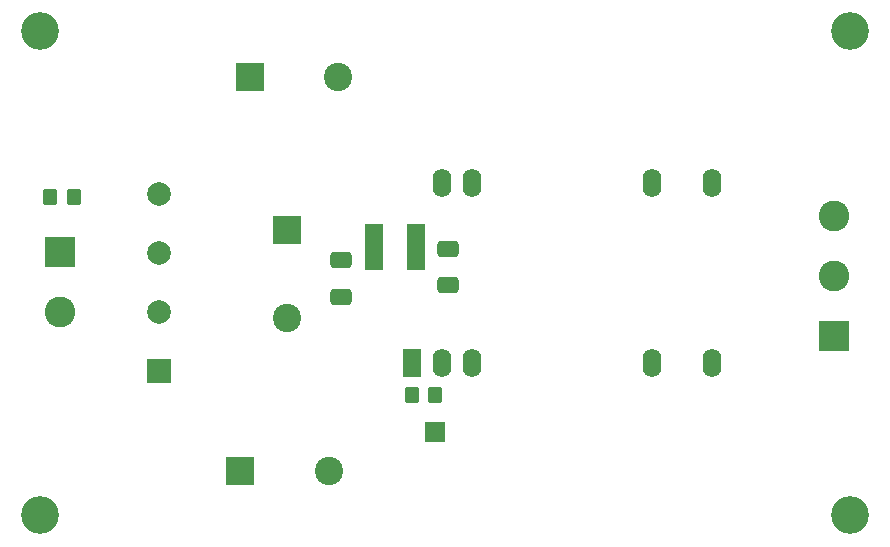
<source format=gbs>
G04 #@! TF.GenerationSoftware,KiCad,Pcbnew,(6.0.6)*
G04 #@! TF.CreationDate,2022-08-27T12:40:56+02:00*
G04 #@! TF.ProjectId,afe-power-supply,6166652d-706f-4776-9572-2d737570706c,rev?*
G04 #@! TF.SameCoordinates,Original*
G04 #@! TF.FileFunction,Soldermask,Bot*
G04 #@! TF.FilePolarity,Negative*
%FSLAX46Y46*%
G04 Gerber Fmt 4.6, Leading zero omitted, Abs format (unit mm)*
G04 Created by KiCad (PCBNEW (6.0.6)) date 2022-08-27 12:40:56*
%MOMM*%
%LPD*%
G01*
G04 APERTURE LIST*
G04 Aperture macros list*
%AMRoundRect*
0 Rectangle with rounded corners*
0 $1 Rounding radius*
0 $2 $3 $4 $5 $6 $7 $8 $9 X,Y pos of 4 corners*
0 Add a 4 corners polygon primitive as box body*
4,1,4,$2,$3,$4,$5,$6,$7,$8,$9,$2,$3,0*
0 Add four circle primitives for the rounded corners*
1,1,$1+$1,$2,$3*
1,1,$1+$1,$4,$5*
1,1,$1+$1,$6,$7*
1,1,$1+$1,$8,$9*
0 Add four rect primitives between the rounded corners*
20,1,$1+$1,$2,$3,$4,$5,0*
20,1,$1+$1,$4,$5,$6,$7,0*
20,1,$1+$1,$6,$7,$8,$9,0*
20,1,$1+$1,$8,$9,$2,$3,0*%
G04 Aperture macros list end*
%ADD10C,3.200000*%
%ADD11R,2.400000X2.400000*%
%ADD12C,2.400000*%
%ADD13R,2.600000X2.600000*%
%ADD14C,2.600000*%
%ADD15R,1.700000X1.700000*%
%ADD16R,1.600000X2.400000*%
%ADD17O,1.600000X2.400000*%
%ADD18R,2.000000X2.000000*%
%ADD19C,2.000000*%
%ADD20RoundRect,0.250000X-0.650000X0.412500X-0.650000X-0.412500X0.650000X-0.412500X0.650000X0.412500X0*%
%ADD21RoundRect,0.250000X-0.350000X-0.450000X0.350000X-0.450000X0.350000X0.450000X-0.350000X0.450000X0*%
%ADD22R,1.500000X4.000000*%
G04 APERTURE END LIST*
D10*
X145350000Y-58300000D03*
X145350000Y-17350000D03*
X76800000Y-58300000D03*
X76800000Y-17350000D03*
D11*
X94537246Y-21200000D03*
D12*
X102037246Y-21200000D03*
D13*
X78495000Y-36055000D03*
D14*
X78495000Y-41135000D03*
D13*
X144000000Y-43160000D03*
D14*
X144000000Y-38080000D03*
X144000000Y-33000000D03*
D15*
X110250000Y-51250000D03*
D16*
X108250000Y-45400000D03*
D17*
X110790000Y-45400000D03*
X113330000Y-45400000D03*
X128570000Y-45400000D03*
X133650000Y-45400000D03*
X133650000Y-30160000D03*
X128570000Y-30160000D03*
X113330000Y-30160000D03*
X110790000Y-30160000D03*
D11*
X97700000Y-34137246D03*
D12*
X97700000Y-41637246D03*
D18*
X86867500Y-46107500D03*
D19*
X86867500Y-41107500D03*
X86867500Y-36107500D03*
X86867500Y-31107500D03*
D11*
X93750000Y-54550000D03*
D12*
X101250000Y-54550000D03*
D20*
X102250000Y-36687500D03*
X102250000Y-39812500D03*
X111300000Y-35737500D03*
X111300000Y-38862500D03*
D21*
X77650000Y-31400000D03*
X79650000Y-31400000D03*
D22*
X105050000Y-35600000D03*
X108650000Y-35600000D03*
D21*
X108250000Y-48150000D03*
X110250000Y-48150000D03*
M02*

</source>
